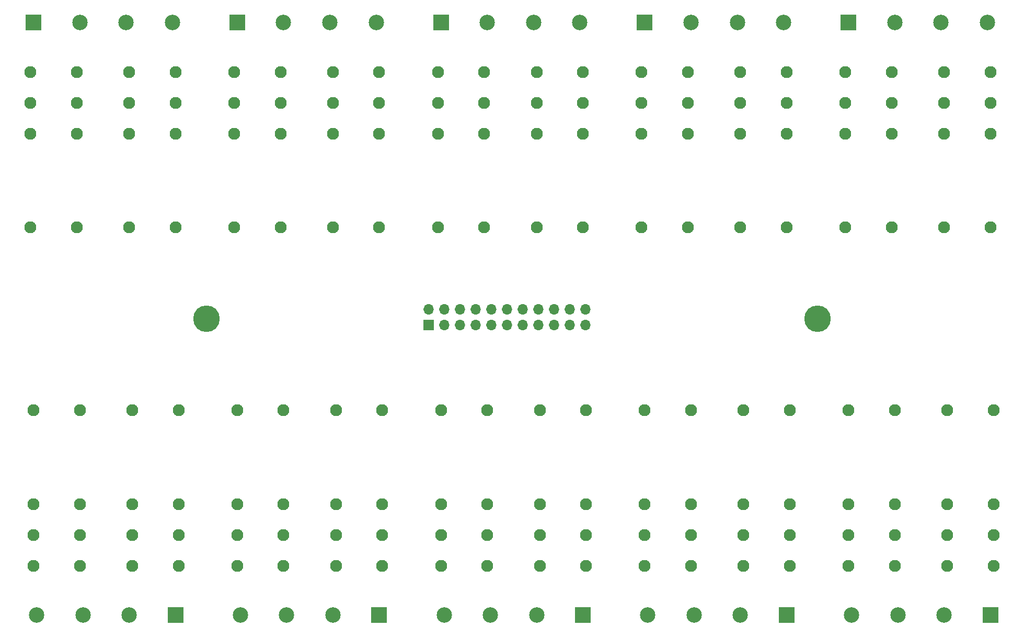
<source format=gbr>
%TF.GenerationSoftware,KiCad,Pcbnew,(5.1.6)-1*%
%TF.CreationDate,2020-09-13T22:12:54+02:00*%
%TF.ProjectId,boneIO - relay board,626f6e65-494f-4202-9d20-72656c617920,rev?*%
%TF.SameCoordinates,Original*%
%TF.FileFunction,Soldermask,Bot*%
%TF.FilePolarity,Negative*%
%FSLAX46Y46*%
G04 Gerber Fmt 4.6, Leading zero omitted, Abs format (unit mm)*
G04 Created by KiCad (PCBNEW (5.1.6)-1) date 2020-09-13 22:12:56*
%MOMM*%
%LPD*%
G01*
G04 APERTURE LIST*
%ADD10C,1.950000*%
%ADD11R,1.700000X1.700000*%
%ADD12O,1.700000X1.700000*%
%ADD13R,2.500000X2.500000*%
%ADD14C,2.500000*%
%ADD15C,4.300000*%
G04 APERTURE END LIST*
D10*
%TO.C,K1*%
X302640000Y-329508000D03*
X295140000Y-329508000D03*
X302640000Y-354708000D03*
X302640000Y-344708000D03*
X302640000Y-349708000D03*
X295140000Y-354708000D03*
X295140000Y-344708000D03*
X295140000Y-349708000D03*
%TD*%
%TO.C,K5*%
X368640000Y-329508000D03*
X361140000Y-329508000D03*
X368640000Y-354708000D03*
X368640000Y-344708000D03*
X368640000Y-349708000D03*
X361140000Y-354708000D03*
X361140000Y-344708000D03*
X361140000Y-349708000D03*
%TD*%
%TO.C,K2*%
X311140000Y-349708000D03*
X311140000Y-344708000D03*
X311140000Y-354708000D03*
X318640000Y-349708000D03*
X318640000Y-344708000D03*
X318640000Y-354708000D03*
X311140000Y-329508000D03*
X318640000Y-329508000D03*
%TD*%
%TO.C,K3*%
X335640000Y-329508000D03*
X328140000Y-329508000D03*
X335640000Y-354708000D03*
X335640000Y-344708000D03*
X335640000Y-349708000D03*
X328140000Y-354708000D03*
X328140000Y-344708000D03*
X328140000Y-349708000D03*
%TD*%
%TO.C,K4*%
X351640000Y-329508000D03*
X344140000Y-329508000D03*
X351640000Y-354708000D03*
X351640000Y-344708000D03*
X351640000Y-349708000D03*
X344140000Y-354708000D03*
X344140000Y-344708000D03*
X344140000Y-349708000D03*
%TD*%
%TO.C,K6*%
X384640000Y-329508000D03*
X377140000Y-329508000D03*
X384640000Y-354708000D03*
X384640000Y-344708000D03*
X384640000Y-349708000D03*
X377140000Y-354708000D03*
X377140000Y-344708000D03*
X377140000Y-349708000D03*
%TD*%
%TO.C,K7*%
X394140000Y-349708000D03*
X394140000Y-344708000D03*
X394140000Y-354708000D03*
X401640000Y-349708000D03*
X401640000Y-344708000D03*
X401640000Y-354708000D03*
X394140000Y-329508000D03*
X401640000Y-329508000D03*
%TD*%
%TO.C,K8*%
X410140000Y-349708000D03*
X410140000Y-344708000D03*
X410140000Y-354708000D03*
X417640000Y-349708000D03*
X417640000Y-344708000D03*
X417640000Y-354708000D03*
X410140000Y-329508000D03*
X417640000Y-329508000D03*
%TD*%
%TO.C,K10*%
X443140000Y-349708000D03*
X443140000Y-344708000D03*
X443140000Y-354708000D03*
X450640000Y-349708000D03*
X450640000Y-344708000D03*
X450640000Y-354708000D03*
X443140000Y-329508000D03*
X450640000Y-329508000D03*
%TD*%
%TO.C,K9*%
X427140000Y-349708000D03*
X427140000Y-344708000D03*
X427140000Y-354708000D03*
X434640000Y-349708000D03*
X434640000Y-344708000D03*
X434640000Y-354708000D03*
X427140000Y-329508000D03*
X434640000Y-329508000D03*
%TD*%
%TO.C,K19*%
X426640000Y-299908000D03*
X434140000Y-299908000D03*
X426640000Y-274708000D03*
X426640000Y-284708000D03*
X426640000Y-279708000D03*
X434140000Y-274708000D03*
X434140000Y-284708000D03*
X434140000Y-279708000D03*
%TD*%
%TO.C,K13*%
X327640000Y-299908000D03*
X335140000Y-299908000D03*
X327640000Y-274708000D03*
X327640000Y-284708000D03*
X327640000Y-279708000D03*
X335140000Y-274708000D03*
X335140000Y-284708000D03*
X335140000Y-279708000D03*
%TD*%
D11*
%TO.C,J6*%
X359140000Y-315708000D03*
D12*
X359140000Y-313168000D03*
X361680000Y-315708000D03*
X361680000Y-313168000D03*
X364220000Y-315708000D03*
X364220000Y-313168000D03*
X366760000Y-315708000D03*
X366760000Y-313168000D03*
X369300000Y-315708000D03*
X369300000Y-313168000D03*
X371840000Y-315708000D03*
X371840000Y-313168000D03*
X374380000Y-315708000D03*
X374380000Y-313168000D03*
X376920000Y-315708000D03*
X376920000Y-313168000D03*
X379460000Y-315708000D03*
X379460000Y-313168000D03*
X382000000Y-315708000D03*
X382000000Y-313168000D03*
X384540000Y-315708000D03*
X384540000Y-313168000D03*
%TD*%
D10*
%TO.C,K11*%
X302140000Y-279708000D03*
X302140000Y-284708000D03*
X302140000Y-274708000D03*
X294640000Y-279708000D03*
X294640000Y-284708000D03*
X294640000Y-274708000D03*
X302140000Y-299908000D03*
X294640000Y-299908000D03*
%TD*%
%TO.C,K12*%
X318140000Y-279708000D03*
X318140000Y-284708000D03*
X318140000Y-274708000D03*
X310640000Y-279708000D03*
X310640000Y-284708000D03*
X310640000Y-274708000D03*
X318140000Y-299908000D03*
X310640000Y-299908000D03*
%TD*%
%TO.C,K14*%
X343640000Y-299908000D03*
X351140000Y-299908000D03*
X343640000Y-274708000D03*
X343640000Y-284708000D03*
X343640000Y-279708000D03*
X351140000Y-274708000D03*
X351140000Y-284708000D03*
X351140000Y-279708000D03*
%TD*%
%TO.C,K15*%
X368140000Y-279708000D03*
X368140000Y-284708000D03*
X368140000Y-274708000D03*
X360640000Y-279708000D03*
X360640000Y-284708000D03*
X360640000Y-274708000D03*
X368140000Y-299908000D03*
X360640000Y-299908000D03*
%TD*%
%TO.C,K16*%
X384140000Y-279708000D03*
X384140000Y-284708000D03*
X384140000Y-274708000D03*
X376640000Y-279708000D03*
X376640000Y-284708000D03*
X376640000Y-274708000D03*
X384140000Y-299908000D03*
X376640000Y-299908000D03*
%TD*%
%TO.C,K17*%
X401140000Y-279708000D03*
X401140000Y-284708000D03*
X401140000Y-274708000D03*
X393640000Y-279708000D03*
X393640000Y-284708000D03*
X393640000Y-274708000D03*
X401140000Y-299908000D03*
X393640000Y-299908000D03*
%TD*%
%TO.C,K18*%
X409640000Y-299908000D03*
X417140000Y-299908000D03*
X409640000Y-274708000D03*
X409640000Y-284708000D03*
X409640000Y-279708000D03*
X417140000Y-274708000D03*
X417140000Y-284708000D03*
X417140000Y-279708000D03*
%TD*%
%TO.C,K20*%
X442640000Y-299908000D03*
X450140000Y-299908000D03*
X442640000Y-274708000D03*
X442640000Y-284708000D03*
X442640000Y-279708000D03*
X450140000Y-274708000D03*
X450140000Y-284708000D03*
X450140000Y-279708000D03*
%TD*%
D13*
%TO.C,J1*%
X318140000Y-362708000D03*
D14*
X310640000Y-362708000D03*
X303140000Y-362708000D03*
X295640000Y-362708000D03*
%TD*%
%TO.C,J2*%
X328640000Y-362708000D03*
X336140000Y-362708000D03*
X343640000Y-362708000D03*
D13*
X351140000Y-362708000D03*
%TD*%
%TO.C,J3*%
X384140000Y-362708000D03*
D14*
X376640000Y-362708000D03*
X369140000Y-362708000D03*
X361640000Y-362708000D03*
%TD*%
%TO.C,J4*%
X394640000Y-362708000D03*
X402140000Y-362708000D03*
X409640000Y-362708000D03*
D13*
X417140000Y-362708000D03*
%TD*%
%TO.C,J5*%
X450140000Y-362708000D03*
D14*
X442640000Y-362708000D03*
X435140000Y-362708000D03*
X427640000Y-362708000D03*
%TD*%
D13*
%TO.C,J10*%
X394140000Y-266708000D03*
D14*
X401640000Y-266708000D03*
X409140000Y-266708000D03*
X416640000Y-266708000D03*
%TD*%
%TO.C,J11*%
X449640000Y-266708000D03*
X442140000Y-266708000D03*
X434640000Y-266708000D03*
D13*
X427140000Y-266708000D03*
%TD*%
%TO.C,J9*%
X361140000Y-266708000D03*
D14*
X368640000Y-266708000D03*
X376140000Y-266708000D03*
X383640000Y-266708000D03*
%TD*%
%TO.C,J8*%
X350640000Y-266708000D03*
X343140000Y-266708000D03*
X335640000Y-266708000D03*
D13*
X328140000Y-266708000D03*
%TD*%
D14*
%TO.C,J7*%
X317640000Y-266708000D03*
X310140000Y-266708000D03*
X302640000Y-266708000D03*
D13*
X295140000Y-266708000D03*
%TD*%
D15*
%TO.C,H1*%
X323140000Y-314708000D03*
%TD*%
%TO.C,H2*%
X422140000Y-314708000D03*
%TD*%
M02*

</source>
